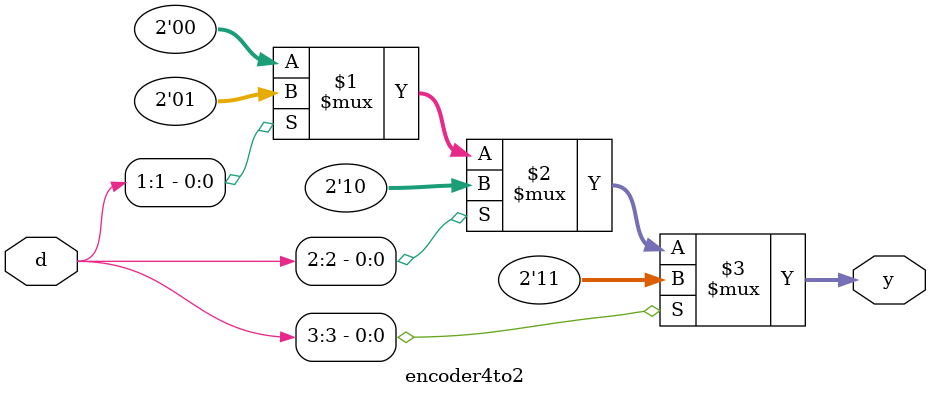
<source format=v>
module encoder4to2(
input [3:0] d,
output [1:0] y
);
assign y=(d[3])?2'b11:
          (d[2])?2'b10:
          (d[1])?2'b01:
                  2'b00;
endmodule


</source>
